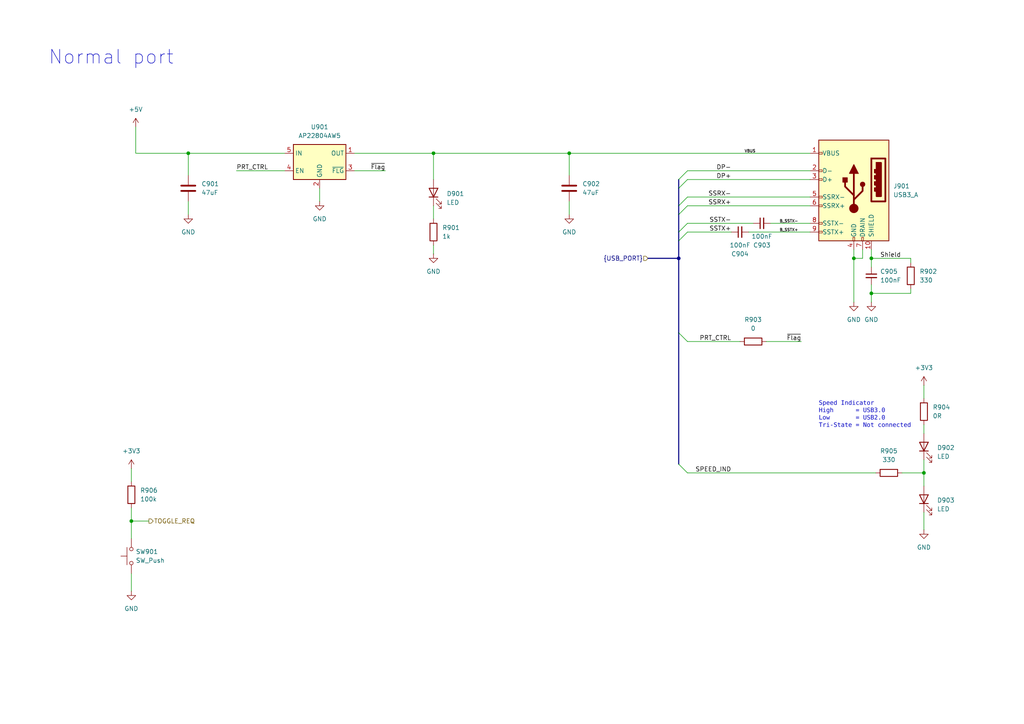
<source format=kicad_sch>
(kicad_sch (version 20231120) (generator "eeschema") (generator_version "8.0")
  (paper "A4")
  (title_block (title "USB3 Hub") (date "${date}") (rev "${revision}") (company "Fabian Pflug"))
  (lib_symbols
    (symbol "Connector:USB3_A" (pin_names (offset 1.016))
      (property "Reference" "J" (at -10.16 15.24 0))
      (property "Value" "USB3_A" (at 10.16 15.24 0))
      (symbol "USB3_A_0_0"
        (rectangle (start -9.144 8.636) (end -5.08 -3.81) (stroke (width 0.508)))
        (rectangle (start -7.874 7.366) (end -6.604 -2.286) (stroke (width 0.508)) (fill (type outline)))
        (rectangle (start -6.35 0) (end -6.096 -0.762) (stroke (width 0.508)))
        (rectangle (start -6.35 1.778) (end -6.096 1.016) (stroke (width 0.508)))
        (rectangle (start -6.35 3.556) (end -6.096 2.794) (stroke (width 0.508)))
        (rectangle (start -6.35 5.334) (end -6.096 4.572) (stroke (width 0.508)))
        (rectangle (start -2.794 -15.24) (end -2.286 -14.224))
        (rectangle (start -0.254 -15.24) (end 0.254 -14.224))
        (rectangle (start 10.16 -12.446) (end 9.144 -12.954))
        (rectangle (start 10.16 -9.906) (end 9.144 -10.414))
        (rectangle (start 10.16 -4.826) (end 9.144 -5.334))
        (rectangle (start 10.16 -2.286) (end 9.144 -2.794))
        (rectangle (start 10.16 2.794) (end 9.144 2.286))
        (rectangle (start 10.16 5.334) (end 9.144 4.826))
        (rectangle (start 10.16 10.414) (end 9.144 9.906))
      )
      (symbol "USB3_A_0_1"
        (rectangle (start -10.16 13.97) (end 10.16 -15.24) (stroke (width 0.254)) (fill (type background)))
      )
      (symbol "USB3_A_1_1"
        (circle (center -2.54 1.143) (radius 0.635) (stroke (width 0.254)) (fill (type outline)))
        (circle (center 0 -5.842) (radius 1.27) (fill (type outline)))
        (polyline (pts (xy 0 -5.842) (xy 0 4.318)) (stroke (width 0.508)))
        (polyline (pts (xy 0 -3.302) (xy -2.54 -0.762) (xy -2.54 0.508)) (stroke (width 0.508)))
        (polyline (pts (xy 0 -2.032) (xy 2.54 0.508) (xy 2.54 1.778)) (stroke (width 0.508)))
        (polyline (pts (xy -1.27 4.318) (xy 0 6.858) (xy 1.27 4.318) (xy -1.27 4.318)) (stroke (width 0.254)) (fill (type outline)))
        (rectangle (start 1.905 1.778) (end 3.175 3.048) (stroke (width 0.254)) (fill (type outline)))
        (pin power_in line (at 12.7 10.16 180) (length 2.54) (name "VBUS") (number "1"))
        (pin passive line (at -5.08 -17.78 90) (length 2.54) (name "SHIELD") (number "10"))
        (pin bidirectional line (at 12.7 5.08 180) (length 2.54) (name "D-") (number "2"))
        (pin bidirectional line (at 12.7 2.54 180) (length 2.54) (name "D+") (number "3"))
        (pin power_in line (at 0 -17.78 90) (length 2.54) (name "GND") (number "4"))
        (pin output line (at 12.7 -2.54 180) (length 2.54) (name "SSRX-") (number "5"))
        (pin output line (at 12.7 -5.08 180) (length 2.54) (name "SSRX+") (number "6"))
        (pin passive line (at -2.54 -17.78 90) (length 2.54) (name "DRAIN") (number "7"))
        (pin input line (at 12.7 -10.16 180) (length 2.54) (name "SSTX-") (number "8"))
        (pin input line (at 12.7 -12.7 180) (length 2.54) (name "SSTX+") (number "9"))
      )
    )
    (symbol "Device:C" (pin_numbers hide) (pin_names (offset 0.254))
      (property "Reference" "C" (at 0.635 2.54 0))
      (property "Value" "C" (at 0.635 -2.54 0))
      (symbol "C_0_1"
        (polyline (pts (xy -2.032 -0.762) (xy 2.032 -0.762)) (stroke (width 0.508)))
        (polyline (pts (xy -2.032 0.762) (xy 2.032 0.762)) (stroke (width 0.508)))
      )
      (symbol "C_1_1"
        (pin passive line (at 0 3.81 270) (length 2.794) (name "~") (number "1"))
        (pin passive line (at 0 -3.81 90) (length 2.794) (name "~") (number "2"))
      )
    )
    (symbol "Device:C_Small" (pin_numbers hide) (pin_names (offset 0.254) hide)
      (property "Reference" "C" (at 0.254 1.778 0))
      (property "Value" "C_Small" (at 0.254 -2.032 0))
      (symbol "C_Small_0_1"
        (polyline (pts (xy -1.524 -0.508) (xy 1.524 -0.508)) (stroke (width 0.3302)))
        (polyline (pts (xy -1.524 0.508) (xy 1.524 0.508)) (stroke (width 0.3048)))
      )
      (symbol "C_Small_1_1"
        (pin passive line (at 0 2.54 270) (length 2.032) (name "~") (number "1"))
        (pin passive line (at 0 -2.54 90) (length 2.032) (name "~") (number "2"))
      )
    )
    (symbol "Device:LED" (pin_numbers hide) (pin_names (offset 1.016) hide)
      (property "Reference" "D" (at 0 2.54 0))
      (property "Value" "LED" (at 0 -2.54 0))
      (symbol "LED_0_1"
        (polyline (pts (xy -1.27 -1.27) (xy -1.27 1.27)) (stroke (width 0.254)))
        (polyline (pts (xy -1.27 0) (xy 1.27 0)))
        (polyline (pts (xy 1.27 -1.27) (xy 1.27 1.27) (xy -1.27 0) (xy 1.27 -1.27)) (stroke (width 0.254)))
        (polyline (pts (xy -3.048 -0.762) (xy -4.572 -2.286) (xy -3.81 -2.286) (xy -4.572 -2.286) (xy -4.572 -1.524)))
        (polyline (pts (xy -1.778 -0.762) (xy -3.302 -2.286) (xy -2.54 -2.286) (xy -3.302 -2.286) (xy -3.302 -1.524)))
      )
      (symbol "LED_1_1"
        (pin passive line (at -3.81 0 0) (length 2.54) (name "K") (number "1"))
        (pin passive line (at 3.81 0 180) (length 2.54) (name "A") (number "2"))
      )
    )
    (symbol "Device:R" (pin_numbers hide) (pin_names (offset 0))
      (property "Reference" "R" (at 2.032 0 90))
      (property "Value" "R" (at 0 0 90))
      (symbol "R_0_1"
        (rectangle (start -1.016 -2.54) (end 1.016 2.54) (stroke (width 0.254)))
      )
      (symbol "R_1_1"
        (pin passive line (at 0 3.81 270) (length 1.27) (name "~") (number "1"))
        (pin passive line (at 0 -3.81 90) (length 1.27) (name "~") (number "2"))
      )
    )
    (symbol "Power_Management:AP22804AW5"
      (property "Reference" "U" (at -7.62 -6.35 0))
      (property "Value" "AP22804AW5" (at -7.62 6.35 0))
      (symbol "AP22804AW5_0_1"
        (rectangle (start -7.62 5.08) (end 7.62 -5.08) (stroke (width 0.254)) (fill (type background)))
      )
      (symbol "AP22804AW5_1_1"
        (pin power_out line (at 10.16 2.54 180) (length 2.54) (name "OUT") (number "1"))
        (pin power_in line (at 0 -7.62 90) (length 2.54) (name "GND") (number "2"))
        (pin open_collector line (at 10.16 -2.54 180) (length 2.54) (name "~{FLG}") (number "3"))
        (pin input line (at -10.16 -2.54 0) (length 2.54) (name "EN") (number "4"))
        (pin power_in line (at -10.16 2.54 0) (length 2.54) (name "IN") (number "5"))
      )
    )
    (symbol "Switch:SW_Push" (pin_numbers hide) (pin_names (offset 1.016) hide)
      (property "Reference" "SW" (at 1.27 2.54 0))
      (property "Value" "SW_Push" (at 0 -1.524 0))
      (symbol "SW_Push_0_1"
        (circle (center -2.032 0) (radius 0.508))
        (polyline (pts (xy 0 1.27) (xy 0 3.048)))
        (polyline (pts (xy 2.54 1.27) (xy -2.54 1.27)))
        (circle (center 2.032 0) (radius 0.508))
        (pin passive line (at -5.08 0 0) (length 2.54) (name "1") (number "1"))
        (pin passive line (at 5.08 0 180) (length 2.54) (name "2") (number "2"))
      )
    )
    (symbol "power:+3V3" (power) (pin_numbers hide) (pin_names (offset 0) hide)
      (property "Value" "+3V3" (at 0 3.556 0))
      (symbol "+3V3_0_1"
        (polyline (pts (xy -0.762 1.27) (xy 0 2.54)))
        (polyline (pts (xy 0 0) (xy 0 2.54)))
        (polyline (pts (xy 0 2.54) (xy 0.762 1.27)))
      )
      (symbol "+3V3_1_1"
        (pin power_in line (at 0 0 90) (length 0) (name "~") (number "1"))
      )
    )
    (symbol "power:+5V" (power) (pin_numbers hide) (pin_names (offset 0) hide)
      (property "Value" "+5V" (at 0 3.556 0))
      (symbol "+5V_0_1"
        (polyline (pts (xy -0.762 1.27) (xy 0 2.54)))
        (polyline (pts (xy 0 0) (xy 0 2.54)))
        (polyline (pts (xy 0 2.54) (xy 0.762 1.27)))
      )
      (symbol "+5V_1_1"
        (pin power_in line (at 0 0 90) (length 0) (name "~") (number "1"))
      )
    )
    (symbol "power:GND" (power) (pin_numbers hide) (pin_names (offset 0) hide)
      (property "Value" "GND" (at 0 -3.81 0))
      (symbol "GND_0_1"
        (polyline (pts (xy 0 0) (xy 0 -1.27) (xy 1.27 -1.27) (xy 0 -2.54) (xy -1.27 -1.27) (xy 0 -1.27)))
      )
      (symbol "GND_1_1"
        (pin power_in line (at 0 0 270) (length 0) (name "~") (number "1"))
      )
    )
  )
  (junction (at 165.1 44.45))
  (junction (at 54.61 44.45))
  (junction (at 125.73 44.45))
  (junction (at 247.65 74.93))
  (junction (at 252.73 74.93))
  (junction (at 38.1 151.13))
  (junction (at 267.97 137.16))
  (junction (at 252.73 85.09))
  (junction (at 196.85 74.93))
  (bus_entry (at 196.85 54.61) (size 2.54 -2.54))
  (bus_entry (at 196.85 59.69) (size 2.54 -2.54))
  (bus_entry (at 196.85 67.31) (size 2.54 -2.54))
  (bus_entry (at 196.85 96.52) (size 2.54 2.54))
  (bus_entry (at 196.85 52.07) (size 2.54 -2.54))
  (bus_entry (at 196.85 69.85) (size 2.54 -2.54))
  (bus_entry (at 196.85 62.23) (size 2.54 -2.54))
  (bus_entry (at 196.85 134.62) (size 2.54 2.54))
  (wire (pts (xy 68.58 49.53) (xy 82.55 49.53)))
  (wire (pts (xy 250.19 74.93) (xy 247.65 74.93)))
  (wire (pts (xy 125.73 44.45) (xy 165.1 44.45)))
  (wire (pts (xy 267.97 137.16) (xy 267.97 140.97)))
  (bus (pts (xy 196.85 52.07) (xy 196.85 54.61)))
  (wire (pts (xy 252.73 85.09) (xy 252.73 87.63)))
  (wire (pts (xy 217.17 67.31) (xy 234.95 67.31)))
  (wire (pts (xy 199.39 49.53) (xy 234.95 49.53)))
  (wire (pts (xy 264.16 83.82) (xy 264.16 85.09)))
  (wire (pts (xy 199.39 57.15) (xy 234.95 57.15)))
  (bus (pts (xy 196.85 67.31) (xy 196.85 69.85)))
  (bus (pts (xy 196.85 74.93) (xy 196.85 69.85)))
  (wire (pts (xy 199.39 64.77) (xy 218.44 64.77)))
  (bus (pts (xy 196.85 96.52) (xy 196.85 134.62)))
  (wire (pts (xy 267.97 123.19) (xy 267.97 125.73)))
  (wire (pts (xy 267.97 133.35) (xy 267.97 137.16)))
  (bus (pts (xy 187.96 74.93) (xy 196.85 74.93)))
  (wire (pts (xy 54.61 44.45) (xy 82.55 44.45)))
  (wire (pts (xy 125.73 44.45) (xy 125.73 52.07)))
  (wire (pts (xy 252.73 74.93) (xy 264.16 74.93)))
  (wire (pts (xy 102.87 44.45) (xy 125.73 44.45)))
  (wire (pts (xy 261.62 137.16) (xy 267.97 137.16)))
  (wire (pts (xy 125.73 59.69) (xy 125.73 63.5)))
  (wire (pts (xy 54.61 58.42) (xy 54.61 62.23)))
  (bus (pts (xy 196.85 54.61) (xy 196.85 59.69)))
  (wire (pts (xy 54.61 44.45) (xy 54.61 50.8)))
  (wire (pts (xy 199.39 59.69) (xy 234.95 59.69)))
  (bus (pts (xy 196.85 59.69) (xy 196.85 62.23)))
  (wire (pts (xy 267.97 111.76) (xy 267.97 115.57)))
  (wire (pts (xy 92.71 54.61) (xy 92.71 58.42)))
  (bus (pts (xy 196.85 62.23) (xy 196.85 67.31)))
  (wire (pts (xy 264.16 85.09) (xy 252.73 85.09)))
  (wire (pts (xy 39.37 44.45) (xy 39.37 36.83)))
  (wire (pts (xy 38.1 151.13) (xy 43.18 151.13)))
  (wire (pts (xy 39.37 44.45) (xy 54.61 44.45)))
  (wire (pts (xy 38.1 135.89) (xy 38.1 139.7)))
  (wire (pts (xy 252.73 74.93) (xy 252.73 77.47)))
  (wire (pts (xy 247.65 74.93) (xy 247.65 87.63)))
  (wire (pts (xy 264.16 74.93) (xy 264.16 76.2)))
  (wire (pts (xy 250.19 72.39) (xy 250.19 74.93)))
  (wire (pts (xy 252.73 72.39) (xy 252.73 74.93)))
  (wire (pts (xy 165.1 44.45) (xy 234.95 44.45)))
  (bus (pts (xy 196.85 74.93) (xy 196.85 96.52)))
  (wire (pts (xy 38.1 166.37) (xy 38.1 171.45)))
  (wire (pts (xy 38.1 156.21) (xy 38.1 151.13)))
  (wire (pts (xy 199.39 67.31) (xy 212.09 67.31)))
  (wire (pts (xy 252.73 82.55) (xy 252.73 85.09)))
  (wire (pts (xy 102.87 49.53) (xy 111.76 49.53)))
  (wire (pts (xy 38.1 147.32) (xy 38.1 151.13)))
  (wire (pts (xy 165.1 44.45) (xy 165.1 50.8)))
  (wire (pts (xy 199.39 52.07) (xy 234.95 52.07)))
  (wire (pts (xy 199.39 99.06) (xy 214.63 99.06)))
  (wire (pts (xy 199.39 137.16) (xy 254 137.16)))
  (wire (pts (xy 247.65 72.39) (xy 247.65 74.93)))
  (wire (pts (xy 223.52 64.77) (xy 234.95 64.77)))
  (wire (pts (xy 125.73 71.12) (xy 125.73 73.66)))
  (wire (pts (xy 222.25 99.06) (xy 232.41 99.06)))
  (wire (pts (xy 267.97 148.59) (xy 267.97 153.67)))
  (wire (pts (xy 165.1 58.42) (xy 165.1 62.23)))
  (text "Speed Indicator\nHigh      = USB3.0\nLow       = USB2.0\nTri-State = Not connected" (at 237.49 120.65 0) (effects (font (size 1.27 1.27)) (justify left)))
  (text "Normal port" (at 13.97 19.05 0) (effects (font (size 4 4)) (justify left bottom)))
  (label "B_SSTX+" (at 226.06 67.31 0) (effects (font (size 0.8 0.8))))
  (label "SPEED_IND" (at 212.09 137.16 180))
  (label "~{Flag}" (at 111.76 49.53 180))
  (label "SSRX-" (at 212.09 57.15 180))
  (label "Shield" (at 255.27 74.93 0))
  (label "SSTX+" (at 212.09 67.31 180))
  (label "DP+" (at 212.09 52.07 180))
  (label "B_SSTX-" (at 226.06 64.77 0) (effects (font (size 0.8 0.8))))
  (label "DP-" (at 212.09 49.53 180))
  (label "SSTX-" (at 212.09 64.77 180))
  (label "SSRX+" (at 212.09 59.69 180))
  (label "PRT_CTRL" (at 212.09 99.06 180))
  (label "~{Flag}" (at 232.41 99.06 180))
  (label "VBUS" (at 215.9 44.45 0) (effects (font (size 0.8 0.8))))
  (label "PRT_CTRL" (at 68.58 49.53 0))
  (hierarchical_label "{USB_PORT}" (shape input) (at 187.96 74.93 180))
  (hierarchical_label "TOGGLE_REQ" (shape output) (at 43.18 151.13 0))
  (symbol (lib_id "power:+5V") (at 39.37 36.83 0) (unit 1)
    (property "Reference" "#PWR0901" (effects (hide yes)))
    (property "Value" "+5V" (at 39.37 31.75 0))
    (property "Description" "Power symbol creates a global label with name \"+5V\"" (effects (hide yes)))
    (instances (project "usb3-hub" (path "" (reference "#PWR0901") (unit 1)) (path "" (reference "#PWR0801") (unit 1)) (path "" (reference "#PWR01001") (unit 1))))
  )
  (symbol (lib_id "Device:C_Small") (at 252.73 80.01 0) (unit 1)
    (property "Reference" "C905" (at 255.27 78.7462 0) (effects (justify left)))
    (property "Value" "100nF" (at 255.27 81.2862 0) (effects (justify left)))
    (property "Footprint" "Capacitor_SMD:C_0402_1005Metric" (effects (hide yes)))
    (property "Description" "Unpolarized capacitor, small symbol" (effects (hide yes)))
    (instances (project "usb3-hub" (path "" (reference "C905") (unit 1)) (path "" (reference "C805") (unit 1)) (path "" (reference "C1005") (unit 1))))
  )
  (symbol (lib_id "Device:R") (at 257.81 137.16 90) (unit 1)
    (property "Reference" "R905" (at 257.81 130.81 90))
    (property "Value" "330" (at 257.81 133.35 90))
    (property "Footprint" "Resistor_SMD:R_0603_1608Metric" (effects (hide yes)))
    (property "Description" "Resistor" (effects (hide yes)))
    (instances (project "usb3-hub" (path "" (reference "R905") (unit 1)) (path "" (reference "R805") (unit 1)) (path "" (reference "R1005") (unit 1))))
  )
  (symbol (lib_id "Device:R") (at 218.44 99.06 90) (unit 1)
    (property "Reference" "R903" (at 218.44 92.71 90))
    (property "Value" "0" (at 218.44 95.25 90))
    (property "Footprint" "Resistor_SMD:R_0603_1608Metric" (effects (hide yes)))
    (property "Description" "Resistor" (effects (hide yes)))
    (instances (project "usb3-hub" (path "" (reference "R903") (unit 1)) (path "" (reference "R803") (unit 1)) (path "" (reference "R1003") (unit 1))))
  )
  (symbol (lib_id "power:+3V3") (at 267.97 111.76 0) (unit 1)
    (property "Reference" "#PWR0908" (effects (hide yes)))
    (property "Value" "+3V3" (at 267.97 106.68 0))
    (property "Description" "Power symbol creates a global label with name \"+3V3\"" (effects (hide yes)))
    (instances (project "usb3-hub" (path "" (reference "#PWR0908") (unit 1)) (path "" (reference "#PWR0808") (unit 1)) (path "" (reference "#PWR01008") (unit 1))))
  )
  (symbol (lib_id "Device:LED") (at 125.73 55.88 90) (unit 1)
    (property "Reference" "D901" (at 129.54 56.1974 90) (effects (justify right)))
    (property "Value" "LED" (at 129.54 58.7374 90) (effects (justify right)))
    (property "Footprint" "LED_SMD:LED_0603_1608Metric" (effects (hide yes)))
    (property "Description" "Light emitting diode" (effects (hide yes)))
    (instances (project "usb3-hub" (path "" (reference "D901") (unit 1)) (path "" (reference "D801") (unit 1)) (path "" (reference "D1001") (unit 1))))
  )
  (symbol (lib_id "Switch:SW_Push") (at 38.1 161.29 90) (unit 1)
    (property "Reference" "SW901" (at 39.37 160.0199 90) (effects (justify right)))
    (property "Value" "SW_Push" (at 39.37 162.5599 90) (effects (justify right)))
    (property "Footprint" "Button_Switch_SMD:SW_SPST_TL3342" (effects (hide yes)))
    (property "Description" "Push button switch, generic, two pins" (effects (hide yes)))
    (instances (project "usb3-hub" (path "" (reference "SW901") (unit 1)) (path "" (reference "SW801") (unit 1)) (path "" (reference "SW1001") (unit 1))))
  )
  (symbol (lib_id "Connector:USB3_A") (at 247.65 54.61 0) (mirror y) (unit 1)
    (property "Reference" "J901" (at 259.08 53.9749 0) (effects (justify right)))
    (property "Value" "USB3_A" (at 259.08 56.5149 0) (effects (justify right)))
    (property "Footprint" "g-Connector_USB:AMPHENOL_GSB312137CHR" (effects (hide yes)))
    (property "Description" "USB 3.0 A connector" (effects (hide yes)))
    (instances (project "usb3-hub" (path "" (reference "J901") (unit 1)) (path "" (reference "J801") (unit 1)) (path "" (reference "J1001") (unit 1))))
  )
  (symbol (lib_id "power:GND") (at 38.1 171.45 0) (unit 1)
    (property "Reference" "#PWR0911" (effects (hide yes)))
    (property "Value" "GND" (at 38.1 176.53 0))
    (property "Description" "Power symbol creates a global label with name \"GND\" , ground" (effects (hide yes)))
    (instances (project "usb3-hub" (path "" (reference "#PWR0911") (unit 1)) (path "" (reference "#PWR0811") (unit 1)) (path "" (reference "#PWR01011") (unit 1))))
  )
  (symbol (lib_id "Device:R") (at 38.1 143.51 0) (unit 1)
    (property "Reference" "R906" (at 40.64 142.2399 0) (effects (justify left)))
    (property "Value" "100k" (at 40.64 144.7799 0) (effects (justify left)))
    (property "Footprint" "Resistor_SMD:R_0603_1608Metric" (effects (hide yes)))
    (property "Description" "Resistor" (effects (hide yes)))
    (instances (project "usb3-hub" (path "" (reference "R906") (unit 1)) (path "" (reference "R806") (unit 1)) (path "" (reference "R1006") (unit 1))))
  )
  (symbol (lib_id "power:GND") (at 267.97 153.67 0) (unit 1)
    (property "Reference" "#PWR0910" (effects (hide yes)))
    (property "Value" "GND" (at 267.97 158.75 0))
    (property "Description" "Power symbol creates a global label with name \"GND\" , ground" (effects (hide yes)))
    (instances (project "usb3-hub" (path "" (reference "#PWR0910") (unit 1)) (path "" (reference "#PWR0810") (unit 1)) (path "" (reference "#PWR01010") (unit 1))))
  )
  (symbol (lib_id "power:GND") (at 252.73 87.63 0) (unit 1)
    (property "Reference" "#PWR0907" (effects (hide yes)))
    (property "Value" "GND" (at 252.73 92.71 0))
    (property "Description" "Power symbol creates a global label with name \"GND\" , ground" (effects (hide yes)))
    (instances (project "usb3-hub" (path "" (reference "#PWR0907") (unit 1)) (path "" (reference "#PWR0807") (unit 1)) (path "" (reference "#PWR01007") (unit 1))))
  )
  (symbol (lib_id "Device:LED") (at 267.97 144.78 90) (unit 1)
    (property "Reference" "D903" (at 271.78 145.0974 90) (effects (justify right)))
    (property "Value" "LED" (at 271.78 147.6374 90) (effects (justify right)))
    (property "Footprint" "LED_SMD:LED_0603_1608Metric" (effects (hide yes)))
    (property "Description" "Light emitting diode" (effects (hide yes)))
    (instances (project "usb3-hub" (path "" (reference "D903") (unit 1)) (path "" (reference "D803") (unit 1)) (path "" (reference "D1003") (unit 1))))
  )
  (symbol (lib_id "Device:R") (at 264.16 80.01 0) (unit 1)
    (property "Reference" "R902" (at 266.7 78.7399 0) (effects (justify left)))
    (property "Value" "330" (at 266.7 81.2799 0) (effects (justify left)))
    (property "Footprint" "Resistor_SMD:R_0603_1608Metric" (effects (hide yes)))
    (property "Description" "Resistor" (effects (hide yes)))
    (instances (project "usb3-hub" (path "" (reference "R902") (unit 1)) (path "" (reference "R802") (unit 1)) (path "" (reference "R1002") (unit 1))))
  )
  (symbol (lib_id "Device:C_Small") (at 214.63 67.31 90) (mirror x) (unit 1)
    (property "Reference" "C904" (at 214.6363 73.66 90))
    (property "Value" "100nF" (at 214.6363 71.12 90))
    (property "Footprint" "Capacitor_SMD:C_0402_1005Metric" (effects (hide yes)))
    (property "Description" "Unpolarized capacitor, small symbol" (effects (hide yes)))
    (instances (project "usb3-hub" (path "" (reference "C904") (unit 1)) (path "" (reference "C804") (unit 1)) (path "" (reference "C1004") (unit 1))))
  )
  (symbol (lib_id "Device:C") (at 54.61 54.61 0) (unit 1)
    (property "Reference" "C901" (at 58.42 53.3399 0) (effects (justify left)))
    (property "Value" "47uF" (at 58.42 55.8799 0) (effects (justify left)))
    (property "Footprint" "Capacitor_SMD:C_1210_3225Metric" (effects (hide yes)))
    (property "Description" "Unpolarized capacitor" (effects (hide yes)))
    (instances (project "usb3-hub" (path "" (reference "C901") (unit 1)) (path "" (reference "C801") (unit 1)) (path "" (reference "C1001") (unit 1))))
  )
  (symbol (lib_id "power:GND") (at 165.1 62.23 0) (unit 1)
    (property "Reference" "#PWR0904" (effects (hide yes)))
    (property "Value" "GND" (at 165.1 67.31 0))
    (property "Description" "Power symbol creates a global label with name \"GND\" , ground" (effects (hide yes)))
    (instances (project "usb3-hub" (path "" (reference "#PWR0904") (unit 1)) (path "" (reference "#PWR0804") (unit 1)) (path "" (reference "#PWR01004") (unit 1))))
  )
  (symbol (lib_id "power:GND") (at 54.61 62.23 0) (unit 1)
    (property "Reference" "#PWR0903" (effects (hide yes)))
    (property "Value" "GND" (at 54.61 67.31 0))
    (property "Description" "Power symbol creates a global label with name \"GND\" , ground" (effects (hide yes)))
    (instances (project "usb3-hub" (path "" (reference "#PWR0903") (unit 1)) (path "" (reference "#PWR0803") (unit 1)) (path "" (reference "#PWR01003") (unit 1))))
  )
  (symbol (lib_id "Device:C") (at 165.1 54.61 0) (unit 1)
    (property "Reference" "C902" (at 168.91 53.3399 0) (effects (justify left)))
    (property "Value" "47uF" (at 168.91 55.8799 0) (effects (justify left)))
    (property "Footprint" "Capacitor_SMD:C_1210_3225Metric" (effects (hide yes)))
    (property "Description" "Unpolarized capacitor" (effects (hide yes)))
    (instances (project "usb3-hub" (path "" (reference "C902") (unit 1)) (path "" (reference "C802") (unit 1)) (path "" (reference "C1002") (unit 1))))
  )
  (symbol (lib_id "Device:R") (at 267.97 119.38 0) (unit 1)
    (property "Reference" "R904" (at 270.51 118.1099 0) (effects (justify left)))
    (property "Value" "0R" (at 270.51 120.6499 0) (effects (justify left)))
    (property "Footprint" "Resistor_SMD:R_0603_1608Metric" (effects (hide yes)))
    (property "Description" "Resistor" (effects (hide yes)))
    (instances (project "usb3-hub" (path "" (reference "R904") (unit 1)) (path "" (reference "R804") (unit 1)) (path "" (reference "R1004") (unit 1))))
  )
  (symbol (lib_id "Power_Management:AP22804AW5") (at 92.71 46.99 0) (unit 1)
    (property "Reference" "U901" (at 92.71 36.83 0))
    (property "Value" "AP22804AW5" (at 92.71 39.37 0))
    (property "Footprint" "Package_TO_SOT_SMD:SOT-23-5" (effects (hide yes)))
    (property "Datasheet" "https://www.diodes.com/assets/Datasheets/AP22804_14.pdf" (effects (hide yes)))
    (property "Description" "Current limited 2.5A power switch, single channel, SOT-23-5" (effects (hide yes)))
    (instances (project "" (path "" (reference "U901") (unit 1)) (path "" (reference "U801") (unit 1)) (path "" (reference "U1001") (unit 1))))
  )
  (symbol (lib_id "power:+3V3") (at 38.1 135.89 0) (unit 1)
    (property "Reference" "#PWR0909" (effects (hide yes)))
    (property "Value" "+3V3" (at 38.1 130.81 0))
    (property "Description" "Power symbol creates a global label with name \"+3V3\"" (effects (hide yes)))
    (instances (project "usb3-hub" (path "" (reference "#PWR0909") (unit 1)) (path "" (reference "#PWR0809") (unit 1)) (path "" (reference "#PWR01009") (unit 1))))
  )
  (symbol (lib_id "power:GND") (at 125.73 73.66 0) (unit 1)
    (property "Reference" "#PWR0905" (effects (hide yes)))
    (property "Value" "GND" (at 125.73 78.74 0))
    (property "Description" "Power symbol creates a global label with name \"GND\" , ground" (effects (hide yes)))
    (instances (project "usb3-hub" (path "" (reference "#PWR0905") (unit 1)) (path "" (reference "#PWR0805") (unit 1)) (path "" (reference "#PWR01005") (unit 1))))
  )
  (symbol (lib_id "power:GND") (at 247.65 87.63 0) (unit 1)
    (property "Reference" "#PWR0906" (effects (hide yes)))
    (property "Value" "GND" (at 247.65 92.71 0))
    (property "Description" "Power symbol creates a global label with name \"GND\" , ground" (effects (hide yes)))
    (instances (project "usb3-hub" (path "" (reference "#PWR0906") (unit 1)) (path "" (reference "#PWR0806") (unit 1)) (path "" (reference "#PWR01006") (unit 1))))
  )
  (symbol (lib_id "Device:C_Small") (at 220.98 64.77 90) (mirror x) (unit 1)
    (property "Reference" "C903" (at 220.9863 71.12 90))
    (property "Value" "100nF" (at 220.9863 68.58 90))
    (property "Footprint" "Capacitor_SMD:C_0402_1005Metric" (effects (hide yes)))
    (property "Description" "Unpolarized capacitor, small symbol" (effects (hide yes)))
    (instances (project "usb3-hub" (path "" (reference "C903") (unit 1)) (path "" (reference "C803") (unit 1)) (path "" (reference "C1003") (unit 1))))
  )
  (symbol (lib_id "Device:R") (at 125.73 67.31 0) (unit 1)
    (property "Reference" "R901" (at 128.27 66.0399 0) (effects (justify left)))
    (property "Value" "1k" (at 128.27 68.5799 0) (effects (justify left)))
    (property "Footprint" "Resistor_SMD:R_0603_1608Metric" (effects (hide yes)))
    (property "Description" "Resistor" (effects (hide yes)))
    (instances (project "usb3-hub" (path "" (reference "R901") (unit 1)) (path "" (reference "R801") (unit 1)) (path "" (reference "R1001") (unit 1))))
  )
  (symbol (lib_id "power:GND") (at 92.71 58.42 0) (unit 1)
    (property "Reference" "#PWR0902" (effects (hide yes)))
    (property "Value" "GND" (at 92.71 63.5 0))
    (property "Description" "Power symbol creates a global label with name \"GND\" , ground" (effects (hide yes)))
    (instances (project "" (path "" (reference "#PWR0902") (unit 1)) (path "" (reference "#PWR0802") (unit 1)) (path "" (reference "#PWR01002") (unit 1))))
  )
  (symbol (lib_id "Device:LED") (at 267.97 129.54 90) (unit 1)
    (property "Reference" "D902" (at 271.78 129.8574 90) (effects (justify right)))
    (property "Value" "LED" (at 271.78 132.3974 90) (effects (justify right)))
    (property "Footprint" "LED_SMD:LED_0603_1608Metric" (effects (hide yes)))
    (property "Description" "Light emitting diode" (effects (hide yes)))
    (instances (project "usb3-hub" (path "" (reference "D902") (unit 1)) (path "" (reference "D802") (unit 1)) (path "" (reference "D1002") (unit 1))))
  )
)
</source>
